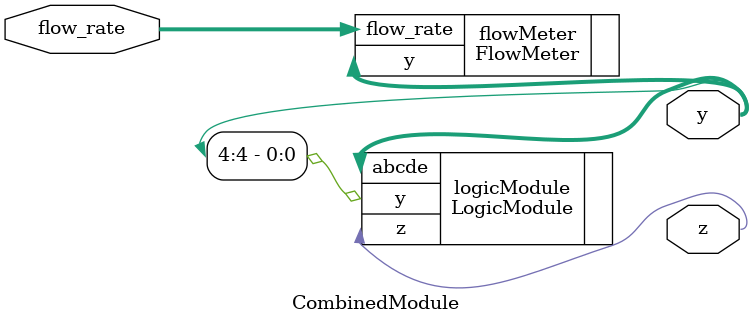
<source format=v>
module CombinedModule(input wire [4:0] flow_rate, output reg [4:0] y, output reg z);

    FlowMeter flowMeter(.flow_rate(flow_rate), .y(y));
    LogicModule logicModule(.abcde(y), .y(y[4]), .z(z));

endmodule

</source>
